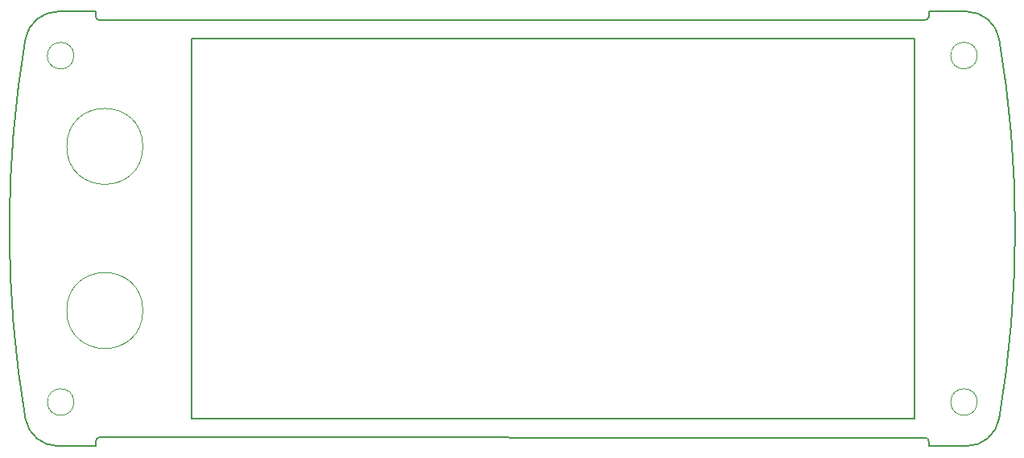
<source format=gbr>
G04 #@! TF.GenerationSoftware,KiCad,Pcbnew,(5.1.4)-1*
G04 #@! TF.CreationDate,2019-12-01T19:19:29+01:00*
G04 #@! TF.ProjectId,dps3005,64707333-3030-4352-9e6b-696361645f70,rev?*
G04 #@! TF.SameCoordinates,PX44300e0PY2cd29c0*
G04 #@! TF.FileFunction,Profile,NP*
%FSLAX46Y46*%
G04 Gerber Fmt 4.6, Leading zero omitted, Abs format (unit mm)*
G04 Created by KiCad (PCBNEW (5.1.4)-1) date 2019-12-01 19:19:29*
%MOMM*%
%LPD*%
G04 APERTURE LIST*
%ADD10C,0.200000*%
%ADD11C,0.050000*%
%ADD12C,0.120000*%
G04 APERTURE END LIST*
D10*
X19200000Y-42850000D02*
X19200000Y-2850000D01*
X95200000Y-42850000D02*
X19200000Y-42850000D01*
X95200000Y-2850000D02*
X95200000Y-42850000D01*
X19200000Y-2850000D02*
X95200000Y-2850000D01*
D11*
X6800000Y-4640000D02*
G75*
G03X6800000Y-4640000I-1400000J0D01*
G01*
X6810000Y-41140000D02*
G75*
G03X6810000Y-41140000I-1400000J0D01*
G01*
X101810000Y-41140000D02*
G75*
G03X101810000Y-41140000I-1400000J0D01*
G01*
X101810000Y-4630000D02*
G75*
G03X101810000Y-4630000I-1400000J0D01*
G01*
D10*
X9102849Y-45257514D02*
G75*
G02X9477664Y-44870735I374815J11779D01*
G01*
D12*
X14050000Y-31500000D02*
G75*
G03X14050000Y-31500000I-4000000J0D01*
G01*
X14050000Y-14200000D02*
G75*
G03X14050000Y-14200000I-4000000J0D01*
G01*
D10*
X100661878Y15374D02*
G75*
G02X104106012Y-2863932I-559J-3500203D01*
G01*
X1693393Y-2901138D02*
G75*
G02X5144379Y15171I3450986J-583691D01*
G01*
X5143510Y-45785323D02*
G75*
G02X1703199Y-42926495I869J3500494D01*
G01*
X96702849Y15171D02*
X96702849Y-512145D01*
X5144379Y15171D02*
X9102849Y15171D01*
X9489628Y-887196D02*
X96330000Y-890000D01*
X9102849Y-512381D02*
X9102849Y15171D01*
X96320049Y-44882359D02*
X9477664Y-44870735D01*
X9102849Y-45784829D02*
X9102849Y-45257514D01*
X96702849Y-45257278D02*
X96702849Y-45784829D01*
X96705474Y-512145D02*
G75*
G02X96330000Y-890000I-377625J-236D01*
G01*
X9102849Y-45784829D02*
X5144379Y-45784829D01*
X104106012Y-2863932D02*
G75*
G02X104112398Y-42867969I-118255843J-20020897D01*
G01*
X96320049Y-44882359D02*
G75*
G02X96702849Y-45257278I7800J-374919D01*
G01*
X9489628Y-887196D02*
G75*
G02X9102849Y-512381I-11779J374815D01*
G01*
X1703199Y-42926495D02*
G75*
G02X1693248Y-2901997I118314545J20041666D01*
G01*
X104112398Y-42867969D02*
G75*
G02X100661319Y-45784829I-3451079J583140D01*
G01*
X96702849Y15171D02*
X100661319Y15171D01*
X100661319Y-45784829D02*
X96702849Y-45784829D01*
M02*

</source>
